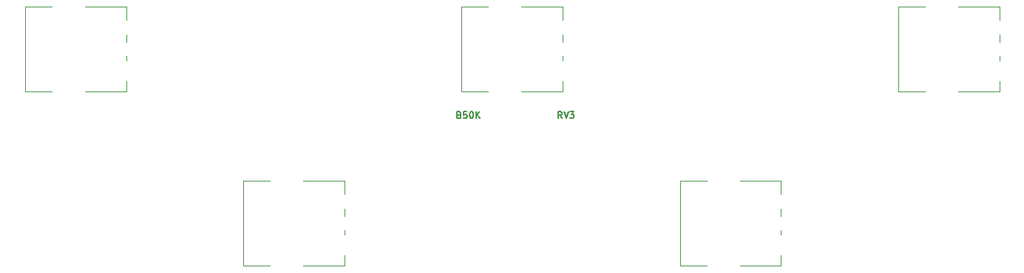
<source format=gbr>
G04 #@! TF.GenerationSoftware,KiCad,Pcbnew,(6.0.5)*
G04 #@! TF.CreationDate,2022-06-09T22:04:56-05:00*
G04 #@! TF.ProjectId,KosmoVoltsMain,4b6f736d-6f56-46f6-9c74-734d61696e2e,rev?*
G04 #@! TF.SameCoordinates,Original*
G04 #@! TF.FileFunction,Legend,Top*
G04 #@! TF.FilePolarity,Positive*
%FSLAX46Y46*%
G04 Gerber Fmt 4.6, Leading zero omitted, Abs format (unit mm)*
G04 Created by KiCad (PCBNEW (6.0.5)) date 2022-06-09 22:04:56*
%MOMM*%
%LPD*%
G01*
G04 APERTURE LIST*
%ADD10C,0.150000*%
%ADD11C,0.120000*%
G04 APERTURE END LIST*
D10*
X146545571Y-117919285D02*
X146295571Y-117562142D01*
X146117000Y-117919285D02*
X146117000Y-117169285D01*
X146402714Y-117169285D01*
X146474142Y-117205000D01*
X146509857Y-117240714D01*
X146545571Y-117312142D01*
X146545571Y-117419285D01*
X146509857Y-117490714D01*
X146474142Y-117526428D01*
X146402714Y-117562142D01*
X146117000Y-117562142D01*
X146759857Y-117169285D02*
X147009857Y-117919285D01*
X147259857Y-117169285D01*
X147438428Y-117169285D02*
X147902714Y-117169285D01*
X147652714Y-117455000D01*
X147759857Y-117455000D01*
X147831285Y-117490714D01*
X147867000Y-117526428D01*
X147902714Y-117597857D01*
X147902714Y-117776428D01*
X147867000Y-117847857D01*
X147831285Y-117883571D01*
X147759857Y-117919285D01*
X147545571Y-117919285D01*
X147474142Y-117883571D01*
X147438428Y-117847857D01*
X134780285Y-117526428D02*
X134887428Y-117562142D01*
X134923142Y-117597857D01*
X134958857Y-117669285D01*
X134958857Y-117776428D01*
X134923142Y-117847857D01*
X134887428Y-117883571D01*
X134816000Y-117919285D01*
X134530285Y-117919285D01*
X134530285Y-117169285D01*
X134780285Y-117169285D01*
X134851714Y-117205000D01*
X134887428Y-117240714D01*
X134923142Y-117312142D01*
X134923142Y-117383571D01*
X134887428Y-117455000D01*
X134851714Y-117490714D01*
X134780285Y-117526428D01*
X134530285Y-117526428D01*
X135637428Y-117169285D02*
X135280285Y-117169285D01*
X135244571Y-117526428D01*
X135280285Y-117490714D01*
X135351714Y-117455000D01*
X135530285Y-117455000D01*
X135601714Y-117490714D01*
X135637428Y-117526428D01*
X135673142Y-117597857D01*
X135673142Y-117776428D01*
X135637428Y-117847857D01*
X135601714Y-117883571D01*
X135530285Y-117919285D01*
X135351714Y-117919285D01*
X135280285Y-117883571D01*
X135244571Y-117847857D01*
X136137428Y-117169285D02*
X136208857Y-117169285D01*
X136280285Y-117205000D01*
X136316000Y-117240714D01*
X136351714Y-117312142D01*
X136387428Y-117455000D01*
X136387428Y-117633571D01*
X136351714Y-117776428D01*
X136316000Y-117847857D01*
X136280285Y-117883571D01*
X136208857Y-117919285D01*
X136137428Y-117919285D01*
X136066000Y-117883571D01*
X136030285Y-117847857D01*
X135994571Y-117776428D01*
X135958857Y-117633571D01*
X135958857Y-117455000D01*
X135994571Y-117312142D01*
X136030285Y-117240714D01*
X136066000Y-117205000D01*
X136137428Y-117169285D01*
X136708857Y-117919285D02*
X136708857Y-117169285D01*
X137137428Y-117919285D02*
X136816000Y-117490714D01*
X137137428Y-117169285D02*
X136708857Y-117597857D01*
D11*
X171620000Y-125130000D02*
X166900000Y-125130000D01*
X171620000Y-134880000D02*
X166900000Y-134880000D01*
X171620000Y-133690000D02*
X171620000Y-134870000D01*
X163090000Y-125130000D02*
X160030000Y-125130000D01*
X163090000Y-134870000D02*
X160030000Y-134870000D01*
X171620000Y-130790000D02*
X171620000Y-131320000D01*
X160030000Y-125130000D02*
X160030000Y-134870000D01*
X171620000Y-125130000D02*
X171620000Y-126620000D01*
X171620000Y-128340000D02*
X171620000Y-129170000D01*
X113090000Y-134870000D02*
X110030000Y-134870000D01*
X121620000Y-134880000D02*
X116900000Y-134880000D01*
X121620000Y-133690000D02*
X121620000Y-134870000D01*
X113090000Y-125130000D02*
X110030000Y-125130000D01*
X121620000Y-125130000D02*
X116900000Y-125130000D01*
X121620000Y-128340000D02*
X121620000Y-129170000D01*
X121620000Y-130790000D02*
X121620000Y-131320000D01*
X110030000Y-125130000D02*
X110030000Y-134870000D01*
X121620000Y-125130000D02*
X121620000Y-126620000D01*
X85030000Y-105130000D02*
X85030000Y-114870000D01*
X96620000Y-105130000D02*
X91900000Y-105130000D01*
X96620000Y-108340000D02*
X96620000Y-109170000D01*
X88090000Y-105130000D02*
X85030000Y-105130000D01*
X88090000Y-114870000D02*
X85030000Y-114870000D01*
X96620000Y-114880000D02*
X91900000Y-114880000D01*
X96620000Y-113690000D02*
X96620000Y-114870000D01*
X96620000Y-110790000D02*
X96620000Y-111320000D01*
X96620000Y-105130000D02*
X96620000Y-106620000D01*
X196620000Y-105130000D02*
X196620000Y-106620000D01*
X188090000Y-105130000D02*
X185030000Y-105130000D01*
X196620000Y-108340000D02*
X196620000Y-109170000D01*
X185030000Y-105130000D02*
X185030000Y-114870000D01*
X196620000Y-110790000D02*
X196620000Y-111320000D01*
X196620000Y-113690000D02*
X196620000Y-114870000D01*
X188090000Y-114870000D02*
X185030000Y-114870000D01*
X196620000Y-105130000D02*
X191900000Y-105130000D01*
X196620000Y-114880000D02*
X191900000Y-114880000D01*
X146620000Y-114880000D02*
X141900000Y-114880000D01*
X146620000Y-105130000D02*
X141900000Y-105130000D01*
X146620000Y-108340000D02*
X146620000Y-109170000D01*
X135030000Y-105130000D02*
X135030000Y-114870000D01*
X146620000Y-113690000D02*
X146620000Y-114870000D01*
X138090000Y-114870000D02*
X135030000Y-114870000D01*
X138090000Y-105130000D02*
X135030000Y-105130000D01*
X146620000Y-105130000D02*
X146620000Y-106620000D01*
X146620000Y-110790000D02*
X146620000Y-111320000D01*
M02*

</source>
